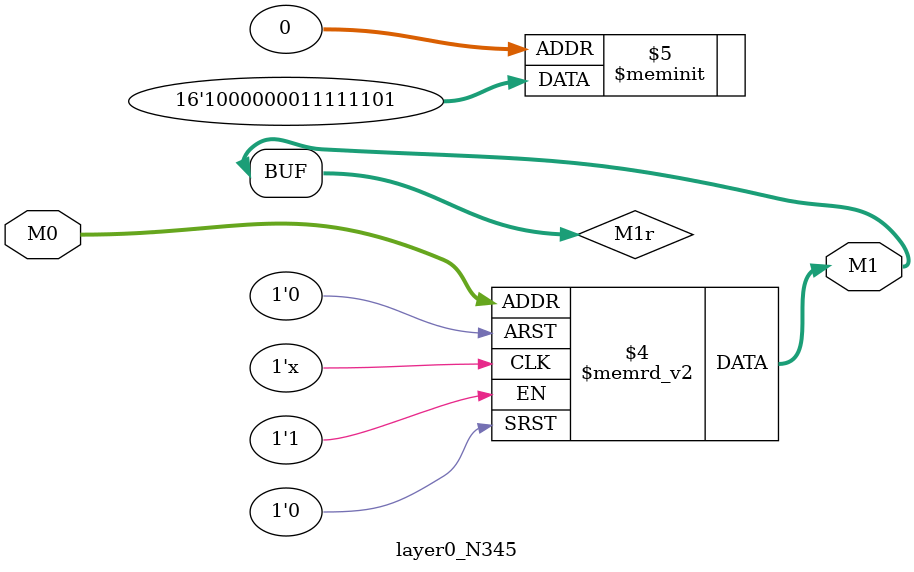
<source format=v>
module layer0_N345 ( input [2:0] M0, output [1:0] M1 );

	(*rom_style = "distributed" *) reg [1:0] M1r;
	assign M1 = M1r;
	always @ (M0) begin
		case (M0)
			3'b000: M1r = 2'b01;
			3'b100: M1r = 2'b00;
			3'b010: M1r = 2'b11;
			3'b110: M1r = 2'b00;
			3'b001: M1r = 2'b11;
			3'b101: M1r = 2'b00;
			3'b011: M1r = 2'b11;
			3'b111: M1r = 2'b10;

		endcase
	end
endmodule

</source>
